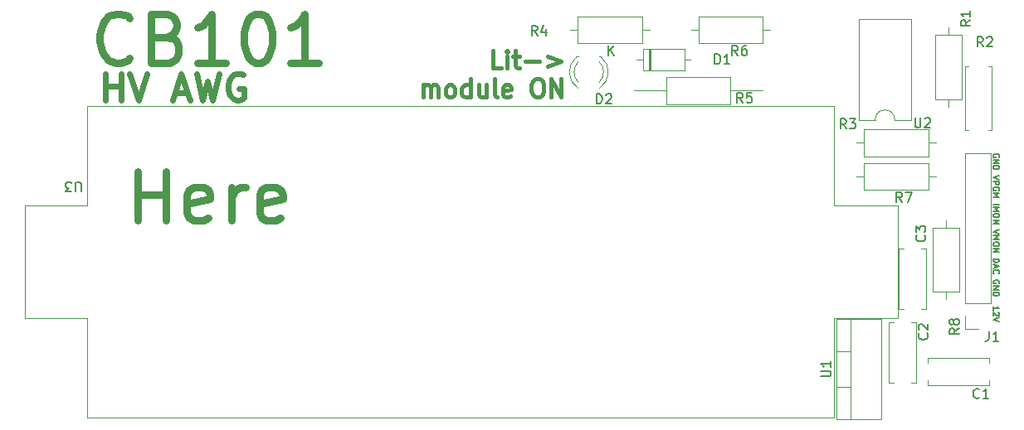
<source format=gbr>
%TF.GenerationSoftware,KiCad,Pcbnew,(6.0.5-0)*%
%TF.CreationDate,2022-06-25T01:23:26+01:00*%
%TF.ProjectId,revised_minh_design,72657669-7365-4645-9f6d-696e685f6465,rev?*%
%TF.SameCoordinates,Original*%
%TF.FileFunction,Legend,Top*%
%TF.FilePolarity,Positive*%
%FSLAX46Y46*%
G04 Gerber Fmt 4.6, Leading zero omitted, Abs format (unit mm)*
G04 Created by KiCad (PCBNEW (6.0.5-0)) date 2022-06-25 01:23:26*
%MOMM*%
%LPD*%
G01*
G04 APERTURE LIST*
%ADD10C,0.600000*%
%ADD11C,0.150000*%
%ADD12C,0.400000*%
%ADD13C,0.800000*%
%ADD14C,0.120000*%
G04 APERTURE END LIST*
D10*
X95227857Y-32844428D02*
X95227857Y-30144428D01*
X95227857Y-31430142D02*
X96770714Y-31430142D01*
X96770714Y-32844428D02*
X96770714Y-30144428D01*
X97670714Y-30144428D02*
X98570714Y-32844428D01*
X99470714Y-30144428D01*
X102299285Y-32073000D02*
X103585000Y-32073000D01*
X102042142Y-32844428D02*
X102942142Y-30144428D01*
X103842142Y-32844428D01*
X104485000Y-30144428D02*
X105127857Y-32844428D01*
X105642142Y-30915857D01*
X106156428Y-32844428D01*
X106799285Y-30144428D01*
X109242142Y-30273000D02*
X108985000Y-30144428D01*
X108599285Y-30144428D01*
X108213571Y-30273000D01*
X107956428Y-30530142D01*
X107827857Y-30787285D01*
X107699285Y-31301571D01*
X107699285Y-31687285D01*
X107827857Y-32201571D01*
X107956428Y-32458714D01*
X108213571Y-32715857D01*
X108599285Y-32844428D01*
X108856428Y-32844428D01*
X109242142Y-32715857D01*
X109370714Y-32587285D01*
X109370714Y-31687285D01*
X108856428Y-31687285D01*
D11*
X186355000Y-38663000D02*
X186383571Y-38605857D01*
X186383571Y-38520142D01*
X186355000Y-38434428D01*
X186297857Y-38377285D01*
X186240714Y-38348714D01*
X186126428Y-38320142D01*
X186040714Y-38320142D01*
X185926428Y-38348714D01*
X185869285Y-38377285D01*
X185812142Y-38434428D01*
X185783571Y-38520142D01*
X185783571Y-38577285D01*
X185812142Y-38663000D01*
X185840714Y-38691571D01*
X186040714Y-38691571D01*
X186040714Y-38577285D01*
X185783571Y-38948714D02*
X186383571Y-38948714D01*
X185783571Y-39291571D01*
X186383571Y-39291571D01*
X185783571Y-39577285D02*
X186383571Y-39577285D01*
X186383571Y-39720142D01*
X186355000Y-39805857D01*
X186297857Y-39863000D01*
X186240714Y-39891571D01*
X186126428Y-39920142D01*
X186040714Y-39920142D01*
X185926428Y-39891571D01*
X185869285Y-39863000D01*
X185812142Y-39805857D01*
X185783571Y-39720142D01*
X185783571Y-39577285D01*
X186383571Y-40548714D02*
X185783571Y-40748714D01*
X186383571Y-40948714D01*
X185783571Y-41148714D02*
X186383571Y-41148714D01*
X186383571Y-41377285D01*
X186355000Y-41434428D01*
X186326428Y-41463000D01*
X186269285Y-41491571D01*
X186183571Y-41491571D01*
X186126428Y-41463000D01*
X186097857Y-41434428D01*
X186069285Y-41377285D01*
X186069285Y-41148714D01*
X186355000Y-42063000D02*
X186383571Y-42005857D01*
X186383571Y-41920142D01*
X186355000Y-41834428D01*
X186297857Y-41777285D01*
X186240714Y-41748714D01*
X186126428Y-41720142D01*
X186040714Y-41720142D01*
X185926428Y-41748714D01*
X185869285Y-41777285D01*
X185812142Y-41834428D01*
X185783571Y-41920142D01*
X185783571Y-41977285D01*
X185812142Y-42063000D01*
X185840714Y-42091571D01*
X186040714Y-42091571D01*
X186040714Y-41977285D01*
X185783571Y-42348714D02*
X186383571Y-42348714D01*
X185955000Y-42548714D01*
X186383571Y-42748714D01*
X185783571Y-42748714D01*
X185783571Y-43491571D02*
X186383571Y-43491571D01*
X185783571Y-43777285D02*
X186383571Y-43777285D01*
X185955000Y-43977285D01*
X186383571Y-44177285D01*
X185783571Y-44177285D01*
X186383571Y-44577285D02*
X186383571Y-44691571D01*
X186355000Y-44748714D01*
X186297857Y-44805857D01*
X186183571Y-44834428D01*
X185983571Y-44834428D01*
X185869285Y-44805857D01*
X185812142Y-44748714D01*
X185783571Y-44691571D01*
X185783571Y-44577285D01*
X185812142Y-44520142D01*
X185869285Y-44463000D01*
X185983571Y-44434428D01*
X186183571Y-44434428D01*
X186297857Y-44463000D01*
X186355000Y-44520142D01*
X186383571Y-44577285D01*
X185783571Y-45091571D02*
X186383571Y-45091571D01*
X185783571Y-45434428D01*
X186383571Y-45434428D01*
X186383571Y-46091571D02*
X185783571Y-46291571D01*
X186383571Y-46491571D01*
X185783571Y-46691571D02*
X186383571Y-46691571D01*
X185955000Y-46891571D01*
X186383571Y-47091571D01*
X185783571Y-47091571D01*
X186383571Y-47491571D02*
X186383571Y-47605857D01*
X186355000Y-47663000D01*
X186297857Y-47720142D01*
X186183571Y-47748714D01*
X185983571Y-47748714D01*
X185869285Y-47720142D01*
X185812142Y-47663000D01*
X185783571Y-47605857D01*
X185783571Y-47491571D01*
X185812142Y-47434428D01*
X185869285Y-47377285D01*
X185983571Y-47348714D01*
X186183571Y-47348714D01*
X186297857Y-47377285D01*
X186355000Y-47434428D01*
X186383571Y-47491571D01*
X185783571Y-48005857D02*
X186383571Y-48005857D01*
X185783571Y-48348714D01*
X186383571Y-48348714D01*
X185783571Y-49091571D02*
X186383571Y-49091571D01*
X186383571Y-49234428D01*
X186355000Y-49320142D01*
X186297857Y-49377285D01*
X186240714Y-49405857D01*
X186126428Y-49434428D01*
X186040714Y-49434428D01*
X185926428Y-49405857D01*
X185869285Y-49377285D01*
X185812142Y-49320142D01*
X185783571Y-49234428D01*
X185783571Y-49091571D01*
X185955000Y-49663000D02*
X185955000Y-49948714D01*
X185783571Y-49605857D02*
X186383571Y-49805857D01*
X185783571Y-50005857D01*
X185840714Y-50548714D02*
X185812142Y-50520142D01*
X185783571Y-50434428D01*
X185783571Y-50377285D01*
X185812142Y-50291571D01*
X185869285Y-50234428D01*
X185926428Y-50205857D01*
X186040714Y-50177285D01*
X186126428Y-50177285D01*
X186240714Y-50205857D01*
X186297857Y-50234428D01*
X186355000Y-50291571D01*
X186383571Y-50377285D01*
X186383571Y-50434428D01*
X186355000Y-50520142D01*
X186326428Y-50548714D01*
X186355000Y-51577285D02*
X186383571Y-51520142D01*
X186383571Y-51434428D01*
X186355000Y-51348714D01*
X186297857Y-51291571D01*
X186240714Y-51263000D01*
X186126428Y-51234428D01*
X186040714Y-51234428D01*
X185926428Y-51263000D01*
X185869285Y-51291571D01*
X185812142Y-51348714D01*
X185783571Y-51434428D01*
X185783571Y-51491571D01*
X185812142Y-51577285D01*
X185840714Y-51605857D01*
X186040714Y-51605857D01*
X186040714Y-51491571D01*
X185783571Y-51863000D02*
X186383571Y-51863000D01*
X185783571Y-52205857D01*
X186383571Y-52205857D01*
X185783571Y-52491571D02*
X186383571Y-52491571D01*
X186383571Y-52634428D01*
X186355000Y-52720142D01*
X186297857Y-52777285D01*
X186240714Y-52805857D01*
X186126428Y-52834428D01*
X186040714Y-52834428D01*
X185926428Y-52805857D01*
X185869285Y-52777285D01*
X185812142Y-52720142D01*
X185783571Y-52634428D01*
X185783571Y-52491571D01*
X185783571Y-54320142D02*
X185783571Y-53977285D01*
X185783571Y-54148714D02*
X186383571Y-54148714D01*
X186297857Y-54091571D01*
X186240714Y-54034428D01*
X186212142Y-53977285D01*
X186326428Y-54548714D02*
X186355000Y-54577285D01*
X186383571Y-54634428D01*
X186383571Y-54777285D01*
X186355000Y-54834428D01*
X186326428Y-54863000D01*
X186269285Y-54891571D01*
X186212142Y-54891571D01*
X186126428Y-54863000D01*
X185783571Y-54520142D01*
X185783571Y-54891571D01*
X186383571Y-55063000D02*
X185783571Y-55263000D01*
X186383571Y-55463000D01*
D12*
X135592714Y-29591285D02*
X134735571Y-29591285D01*
X134735571Y-27791285D01*
X136192714Y-29591285D02*
X136192714Y-28391285D01*
X136192714Y-27791285D02*
X136107000Y-27877000D01*
X136192714Y-27962714D01*
X136278428Y-27877000D01*
X136192714Y-27791285D01*
X136192714Y-27962714D01*
X136792714Y-28391285D02*
X137478428Y-28391285D01*
X137049857Y-27791285D02*
X137049857Y-29334142D01*
X137135571Y-29505571D01*
X137307000Y-29591285D01*
X137478428Y-29591285D01*
X138078428Y-28905571D02*
X139449857Y-28905571D01*
X140307000Y-28391285D02*
X141678428Y-28905571D01*
X140307000Y-29419857D01*
X127621285Y-32489285D02*
X127621285Y-31289285D01*
X127621285Y-31460714D02*
X127707000Y-31375000D01*
X127878428Y-31289285D01*
X128135571Y-31289285D01*
X128307000Y-31375000D01*
X128392714Y-31546428D01*
X128392714Y-32489285D01*
X128392714Y-31546428D02*
X128478428Y-31375000D01*
X128649857Y-31289285D01*
X128907000Y-31289285D01*
X129078428Y-31375000D01*
X129164142Y-31546428D01*
X129164142Y-32489285D01*
X130278428Y-32489285D02*
X130107000Y-32403571D01*
X130021285Y-32317857D01*
X129935571Y-32146428D01*
X129935571Y-31632142D01*
X130021285Y-31460714D01*
X130107000Y-31375000D01*
X130278428Y-31289285D01*
X130535571Y-31289285D01*
X130707000Y-31375000D01*
X130792714Y-31460714D01*
X130878428Y-31632142D01*
X130878428Y-32146428D01*
X130792714Y-32317857D01*
X130707000Y-32403571D01*
X130535571Y-32489285D01*
X130278428Y-32489285D01*
X132421285Y-32489285D02*
X132421285Y-30689285D01*
X132421285Y-32403571D02*
X132249857Y-32489285D01*
X131907000Y-32489285D01*
X131735571Y-32403571D01*
X131649857Y-32317857D01*
X131564142Y-32146428D01*
X131564142Y-31632142D01*
X131649857Y-31460714D01*
X131735571Y-31375000D01*
X131907000Y-31289285D01*
X132249857Y-31289285D01*
X132421285Y-31375000D01*
X134049857Y-31289285D02*
X134049857Y-32489285D01*
X133278428Y-31289285D02*
X133278428Y-32232142D01*
X133364142Y-32403571D01*
X133535571Y-32489285D01*
X133792714Y-32489285D01*
X133964142Y-32403571D01*
X134049857Y-32317857D01*
X135164142Y-32489285D02*
X134992714Y-32403571D01*
X134907000Y-32232142D01*
X134907000Y-30689285D01*
X136535571Y-32403571D02*
X136364142Y-32489285D01*
X136021285Y-32489285D01*
X135849857Y-32403571D01*
X135764142Y-32232142D01*
X135764142Y-31546428D01*
X135849857Y-31375000D01*
X136021285Y-31289285D01*
X136364142Y-31289285D01*
X136535571Y-31375000D01*
X136621285Y-31546428D01*
X136621285Y-31717857D01*
X135764142Y-31889285D01*
X139107000Y-30689285D02*
X139449857Y-30689285D01*
X139621285Y-30775000D01*
X139792714Y-30946428D01*
X139878428Y-31289285D01*
X139878428Y-31889285D01*
X139792714Y-32232142D01*
X139621285Y-32403571D01*
X139449857Y-32489285D01*
X139107000Y-32489285D01*
X138935571Y-32403571D01*
X138764142Y-32232142D01*
X138678428Y-31889285D01*
X138678428Y-31289285D01*
X138764142Y-30946428D01*
X138935571Y-30775000D01*
X139107000Y-30689285D01*
X140649857Y-32489285D02*
X140649857Y-30689285D01*
X141678428Y-32489285D01*
X141678428Y-30689285D01*
D13*
X97695761Y-28533714D02*
X97457666Y-28771809D01*
X96743380Y-29009904D01*
X96267190Y-29009904D01*
X95552904Y-28771809D01*
X95076714Y-28295619D01*
X94838619Y-27819428D01*
X94600523Y-26867047D01*
X94600523Y-26152761D01*
X94838619Y-25200380D01*
X95076714Y-24724190D01*
X95552904Y-24248000D01*
X96267190Y-24009904D01*
X96743380Y-24009904D01*
X97457666Y-24248000D01*
X97695761Y-24486095D01*
X101505285Y-26390857D02*
X102219571Y-26628952D01*
X102457666Y-26867047D01*
X102695761Y-27343238D01*
X102695761Y-28057523D01*
X102457666Y-28533714D01*
X102219571Y-28771809D01*
X101743380Y-29009904D01*
X99838619Y-29009904D01*
X99838619Y-24009904D01*
X101505285Y-24009904D01*
X101981476Y-24248000D01*
X102219571Y-24486095D01*
X102457666Y-24962285D01*
X102457666Y-25438476D01*
X102219571Y-25914666D01*
X101981476Y-26152761D01*
X101505285Y-26390857D01*
X99838619Y-26390857D01*
X107457666Y-29009904D02*
X104600523Y-29009904D01*
X106029095Y-29009904D02*
X106029095Y-24009904D01*
X105552904Y-24724190D01*
X105076714Y-25200380D01*
X104600523Y-25438476D01*
X110552904Y-24009904D02*
X111029095Y-24009904D01*
X111505285Y-24248000D01*
X111743380Y-24486095D01*
X111981476Y-24962285D01*
X112219571Y-25914666D01*
X112219571Y-27105142D01*
X111981476Y-28057523D01*
X111743380Y-28533714D01*
X111505285Y-28771809D01*
X111029095Y-29009904D01*
X110552904Y-29009904D01*
X110076714Y-28771809D01*
X109838619Y-28533714D01*
X109600523Y-28057523D01*
X109362428Y-27105142D01*
X109362428Y-25914666D01*
X109600523Y-24962285D01*
X109838619Y-24486095D01*
X110076714Y-24248000D01*
X110552904Y-24009904D01*
X116981476Y-29009904D02*
X114124333Y-29009904D01*
X115552904Y-29009904D02*
X115552904Y-24009904D01*
X115076714Y-24724190D01*
X114600523Y-25200380D01*
X114124333Y-25438476D01*
X98529095Y-45109904D02*
X98529095Y-40109904D01*
X98529095Y-42490857D02*
X101386238Y-42490857D01*
X101386238Y-45109904D02*
X101386238Y-40109904D01*
X105671952Y-44871809D02*
X105195761Y-45109904D01*
X104243380Y-45109904D01*
X103767190Y-44871809D01*
X103529095Y-44395619D01*
X103529095Y-42490857D01*
X103767190Y-42014666D01*
X104243380Y-41776571D01*
X105195761Y-41776571D01*
X105671952Y-42014666D01*
X105910047Y-42490857D01*
X105910047Y-42967047D01*
X103529095Y-43443238D01*
X108052904Y-45109904D02*
X108052904Y-41776571D01*
X108052904Y-42728952D02*
X108291000Y-42252761D01*
X108529095Y-42014666D01*
X109005285Y-41776571D01*
X109481476Y-41776571D01*
X113052904Y-44871809D02*
X112576714Y-45109904D01*
X111624333Y-45109904D01*
X111148142Y-44871809D01*
X110910047Y-44395619D01*
X110910047Y-42490857D01*
X111148142Y-42014666D01*
X111624333Y-41776571D01*
X112576714Y-41776571D01*
X113052904Y-42014666D01*
X113291000Y-42490857D01*
X113291000Y-42967047D01*
X110910047Y-43443238D01*
D11*
%TO.C,R1*%
X183459380Y-24677666D02*
X182983190Y-25011000D01*
X183459380Y-25249095D02*
X182459380Y-25249095D01*
X182459380Y-24868142D01*
X182507000Y-24772904D01*
X182554619Y-24725285D01*
X182649857Y-24677666D01*
X182792714Y-24677666D01*
X182887952Y-24725285D01*
X182935571Y-24772904D01*
X182983190Y-24868142D01*
X182983190Y-25249095D01*
X183459380Y-23725285D02*
X183459380Y-24296714D01*
X183459380Y-24011000D02*
X182459380Y-24011000D01*
X182602238Y-24106238D01*
X182697476Y-24201476D01*
X182745095Y-24296714D01*
%TO.C,D1*%
X157376904Y-29154380D02*
X157376904Y-28154380D01*
X157615000Y-28154380D01*
X157757857Y-28202000D01*
X157853095Y-28297238D01*
X157900714Y-28392476D01*
X157948333Y-28582952D01*
X157948333Y-28725809D01*
X157900714Y-28916285D01*
X157853095Y-29011523D01*
X157757857Y-29106761D01*
X157615000Y-29154380D01*
X157376904Y-29154380D01*
X158900714Y-29154380D02*
X158329285Y-29154380D01*
X158615000Y-29154380D02*
X158615000Y-28154380D01*
X158519761Y-28297238D01*
X158424523Y-28392476D01*
X158329285Y-28440095D01*
X146550095Y-28265380D02*
X146550095Y-27265380D01*
X147121523Y-28265380D02*
X146692952Y-27693952D01*
X147121523Y-27265380D02*
X146550095Y-27836809D01*
%TO.C,C1*%
X184364333Y-63222142D02*
X184316714Y-63269761D01*
X184173857Y-63317380D01*
X184078619Y-63317380D01*
X183935761Y-63269761D01*
X183840523Y-63174523D01*
X183792904Y-63079285D01*
X183745285Y-62888809D01*
X183745285Y-62745952D01*
X183792904Y-62555476D01*
X183840523Y-62460238D01*
X183935761Y-62365000D01*
X184078619Y-62317380D01*
X184173857Y-62317380D01*
X184316714Y-62365000D01*
X184364333Y-62412619D01*
X185316714Y-63317380D02*
X184745285Y-63317380D01*
X185031000Y-63317380D02*
X185031000Y-62317380D01*
X184935761Y-62460238D01*
X184840523Y-62555476D01*
X184745285Y-62603095D01*
%TO.C,R7*%
X176490333Y-43251380D02*
X176157000Y-42775190D01*
X175918904Y-43251380D02*
X175918904Y-42251380D01*
X176299857Y-42251380D01*
X176395095Y-42299000D01*
X176442714Y-42346619D01*
X176490333Y-42441857D01*
X176490333Y-42584714D01*
X176442714Y-42679952D01*
X176395095Y-42727571D01*
X176299857Y-42775190D01*
X175918904Y-42775190D01*
X176823666Y-42251380D02*
X177490333Y-42251380D01*
X177061761Y-43251380D01*
%TO.C,R5*%
X160234333Y-33091380D02*
X159901000Y-32615190D01*
X159662904Y-33091380D02*
X159662904Y-32091380D01*
X160043857Y-32091380D01*
X160139095Y-32139000D01*
X160186714Y-32186619D01*
X160234333Y-32281857D01*
X160234333Y-32424714D01*
X160186714Y-32519952D01*
X160139095Y-32567571D01*
X160043857Y-32615190D01*
X159662904Y-32615190D01*
X161139095Y-32091380D02*
X160662904Y-32091380D01*
X160615285Y-32567571D01*
X160662904Y-32519952D01*
X160758142Y-32472333D01*
X160996238Y-32472333D01*
X161091476Y-32519952D01*
X161139095Y-32567571D01*
X161186714Y-32662809D01*
X161186714Y-32900904D01*
X161139095Y-32996142D01*
X161091476Y-33043761D01*
X160996238Y-33091380D01*
X160758142Y-33091380D01*
X160662904Y-33043761D01*
X160615285Y-32996142D01*
%TO.C, *%
%TO.C,R4*%
X139279333Y-26233380D02*
X138946000Y-25757190D01*
X138707904Y-26233380D02*
X138707904Y-25233380D01*
X139088857Y-25233380D01*
X139184095Y-25281000D01*
X139231714Y-25328619D01*
X139279333Y-25423857D01*
X139279333Y-25566714D01*
X139231714Y-25661952D01*
X139184095Y-25709571D01*
X139088857Y-25757190D01*
X138707904Y-25757190D01*
X140136476Y-25566714D02*
X140136476Y-26233380D01*
X139898380Y-25185761D02*
X139660285Y-25900047D01*
X140279333Y-25900047D01*
%TO.C,D2*%
X145311904Y-33218380D02*
X145311904Y-32218380D01*
X145550000Y-32218380D01*
X145692857Y-32266000D01*
X145788095Y-32361238D01*
X145835714Y-32456476D01*
X145883333Y-32646952D01*
X145883333Y-32789809D01*
X145835714Y-32980285D01*
X145788095Y-33075523D01*
X145692857Y-33170761D01*
X145550000Y-33218380D01*
X145311904Y-33218380D01*
X146264285Y-32313619D02*
X146311904Y-32266000D01*
X146407142Y-32218380D01*
X146645238Y-32218380D01*
X146740476Y-32266000D01*
X146788095Y-32313619D01*
X146835714Y-32408857D01*
X146835714Y-32504095D01*
X146788095Y-32646952D01*
X146216666Y-33218380D01*
X146835714Y-33218380D01*
%TO.C,U1*%
X168212380Y-61086904D02*
X169021904Y-61086904D01*
X169117142Y-61039285D01*
X169164761Y-60991666D01*
X169212380Y-60896428D01*
X169212380Y-60705952D01*
X169164761Y-60610714D01*
X169117142Y-60563095D01*
X169021904Y-60515476D01*
X168212380Y-60515476D01*
X169212380Y-59515476D02*
X169212380Y-60086904D01*
X169212380Y-59801190D02*
X168212380Y-59801190D01*
X168355238Y-59896428D01*
X168450476Y-59991666D01*
X168498095Y-60086904D01*
%TO.C,C2*%
X179046142Y-56681666D02*
X179093761Y-56729285D01*
X179141380Y-56872142D01*
X179141380Y-56967380D01*
X179093761Y-57110238D01*
X178998523Y-57205476D01*
X178903285Y-57253095D01*
X178712809Y-57300714D01*
X178569952Y-57300714D01*
X178379476Y-57253095D01*
X178284238Y-57205476D01*
X178189000Y-57110238D01*
X178141380Y-56967380D01*
X178141380Y-56872142D01*
X178189000Y-56729285D01*
X178236619Y-56681666D01*
X178236619Y-56300714D02*
X178189000Y-56253095D01*
X178141380Y-56157857D01*
X178141380Y-55919761D01*
X178189000Y-55824523D01*
X178236619Y-55776904D01*
X178331857Y-55729285D01*
X178427095Y-55729285D01*
X178569952Y-55776904D01*
X179141380Y-56348333D01*
X179141380Y-55729285D01*
%TO.C,C3*%
X178792142Y-46648666D02*
X178839761Y-46696285D01*
X178887380Y-46839142D01*
X178887380Y-46934380D01*
X178839761Y-47077238D01*
X178744523Y-47172476D01*
X178649285Y-47220095D01*
X178458809Y-47267714D01*
X178315952Y-47267714D01*
X178125476Y-47220095D01*
X178030238Y-47172476D01*
X177935000Y-47077238D01*
X177887380Y-46934380D01*
X177887380Y-46839142D01*
X177935000Y-46696285D01*
X177982619Y-46648666D01*
X177887380Y-46315333D02*
X177887380Y-45696285D01*
X178268333Y-46029619D01*
X178268333Y-45886761D01*
X178315952Y-45791523D01*
X178363571Y-45743904D01*
X178458809Y-45696285D01*
X178696904Y-45696285D01*
X178792142Y-45743904D01*
X178839761Y-45791523D01*
X178887380Y-45886761D01*
X178887380Y-46172476D01*
X178839761Y-46267714D01*
X178792142Y-46315333D01*
%TO.C,R6*%
X159726333Y-28265380D02*
X159393000Y-27789190D01*
X159154904Y-28265380D02*
X159154904Y-27265380D01*
X159535857Y-27265380D01*
X159631095Y-27313000D01*
X159678714Y-27360619D01*
X159726333Y-27455857D01*
X159726333Y-27598714D01*
X159678714Y-27693952D01*
X159631095Y-27741571D01*
X159535857Y-27789190D01*
X159154904Y-27789190D01*
X160583476Y-27265380D02*
X160393000Y-27265380D01*
X160297761Y-27313000D01*
X160250142Y-27360619D01*
X160154904Y-27503476D01*
X160107285Y-27693952D01*
X160107285Y-28074904D01*
X160154904Y-28170142D01*
X160202523Y-28217761D01*
X160297761Y-28265380D01*
X160488238Y-28265380D01*
X160583476Y-28217761D01*
X160631095Y-28170142D01*
X160678714Y-28074904D01*
X160678714Y-27836809D01*
X160631095Y-27741571D01*
X160583476Y-27693952D01*
X160488238Y-27646333D01*
X160297761Y-27646333D01*
X160202523Y-27693952D01*
X160154904Y-27741571D01*
X160107285Y-27836809D01*
%TO.C,R8*%
X182316380Y-56173666D02*
X181840190Y-56507000D01*
X182316380Y-56745095D02*
X181316380Y-56745095D01*
X181316380Y-56364142D01*
X181364000Y-56268904D01*
X181411619Y-56221285D01*
X181506857Y-56173666D01*
X181649714Y-56173666D01*
X181744952Y-56221285D01*
X181792571Y-56268904D01*
X181840190Y-56364142D01*
X181840190Y-56745095D01*
X181744952Y-55602238D02*
X181697333Y-55697476D01*
X181649714Y-55745095D01*
X181554476Y-55792714D01*
X181506857Y-55792714D01*
X181411619Y-55745095D01*
X181364000Y-55697476D01*
X181316380Y-55602238D01*
X181316380Y-55411761D01*
X181364000Y-55316523D01*
X181411619Y-55268904D01*
X181506857Y-55221285D01*
X181554476Y-55221285D01*
X181649714Y-55268904D01*
X181697333Y-55316523D01*
X181744952Y-55411761D01*
X181744952Y-55602238D01*
X181792571Y-55697476D01*
X181840190Y-55745095D01*
X181935428Y-55792714D01*
X182125904Y-55792714D01*
X182221142Y-55745095D01*
X182268761Y-55697476D01*
X182316380Y-55602238D01*
X182316380Y-55411761D01*
X182268761Y-55316523D01*
X182221142Y-55268904D01*
X182125904Y-55221285D01*
X181935428Y-55221285D01*
X181840190Y-55268904D01*
X181792571Y-55316523D01*
X181744952Y-55411761D01*
%TO.C,J1*%
X185340666Y-56475380D02*
X185340666Y-57189666D01*
X185293047Y-57332523D01*
X185197809Y-57427761D01*
X185054952Y-57475380D01*
X184959714Y-57475380D01*
X186340666Y-57475380D02*
X185769238Y-57475380D01*
X186054952Y-57475380D02*
X186054952Y-56475380D01*
X185959714Y-56618238D01*
X185864476Y-56713476D01*
X185769238Y-56761095D01*
%TO.C,R3*%
X170775333Y-35758380D02*
X170442000Y-35282190D01*
X170203904Y-35758380D02*
X170203904Y-34758380D01*
X170584857Y-34758380D01*
X170680095Y-34806000D01*
X170727714Y-34853619D01*
X170775333Y-34948857D01*
X170775333Y-35091714D01*
X170727714Y-35186952D01*
X170680095Y-35234571D01*
X170584857Y-35282190D01*
X170203904Y-35282190D01*
X171108666Y-34758380D02*
X171727714Y-34758380D01*
X171394380Y-35139333D01*
X171537238Y-35139333D01*
X171632476Y-35186952D01*
X171680095Y-35234571D01*
X171727714Y-35329809D01*
X171727714Y-35567904D01*
X171680095Y-35663142D01*
X171632476Y-35710761D01*
X171537238Y-35758380D01*
X171251523Y-35758380D01*
X171156285Y-35710761D01*
X171108666Y-35663142D01*
%TO.C, *%
%TO.C,R2*%
X184745333Y-27376380D02*
X184412000Y-26900190D01*
X184173904Y-27376380D02*
X184173904Y-26376380D01*
X184554857Y-26376380D01*
X184650095Y-26424000D01*
X184697714Y-26471619D01*
X184745333Y-26566857D01*
X184745333Y-26709714D01*
X184697714Y-26804952D01*
X184650095Y-26852571D01*
X184554857Y-26900190D01*
X184173904Y-26900190D01*
X185126285Y-26471619D02*
X185173904Y-26424000D01*
X185269142Y-26376380D01*
X185507238Y-26376380D01*
X185602476Y-26424000D01*
X185650095Y-26471619D01*
X185697714Y-26566857D01*
X185697714Y-26662095D01*
X185650095Y-26804952D01*
X185078666Y-27376380D01*
X185697714Y-27376380D01*
%TO.C,U2*%
X177800095Y-34631380D02*
X177800095Y-35440904D01*
X177847714Y-35536142D01*
X177895333Y-35583761D01*
X177990571Y-35631380D01*
X178181047Y-35631380D01*
X178276285Y-35583761D01*
X178323904Y-35536142D01*
X178371523Y-35440904D01*
X178371523Y-34631380D01*
X178800095Y-34726619D02*
X178847714Y-34679000D01*
X178942952Y-34631380D01*
X179181047Y-34631380D01*
X179276285Y-34679000D01*
X179323904Y-34726619D01*
X179371523Y-34821857D01*
X179371523Y-34917095D01*
X179323904Y-35059952D01*
X178752476Y-35631380D01*
X179371523Y-35631380D01*
%TO.C,U3*%
X92709904Y-42203619D02*
X92709904Y-41394095D01*
X92662285Y-41298857D01*
X92614666Y-41251238D01*
X92519428Y-41203619D01*
X92328952Y-41203619D01*
X92233714Y-41251238D01*
X92186095Y-41298857D01*
X92138476Y-41394095D01*
X92138476Y-42203619D01*
X91757523Y-42203619D02*
X91138476Y-42203619D01*
X91471809Y-41822666D01*
X91328952Y-41822666D01*
X91233714Y-41775047D01*
X91186095Y-41727428D01*
X91138476Y-41632190D01*
X91138476Y-41394095D01*
X91186095Y-41298857D01*
X91233714Y-41251238D01*
X91328952Y-41203619D01*
X91614666Y-41203619D01*
X91709904Y-41251238D01*
X91757523Y-41298857D01*
D14*
%TO.C,R1*%
X179859000Y-26194000D02*
X179859000Y-32734000D01*
X181229000Y-25424000D02*
X181229000Y-26194000D01*
X182599000Y-26194000D02*
X179859000Y-26194000D01*
X179859000Y-32734000D02*
X182599000Y-32734000D01*
X182599000Y-32734000D02*
X182599000Y-26194000D01*
X181229000Y-33504000D02*
X181229000Y-32734000D01*
%TO.C,D1*%
X150026000Y-29822000D02*
X154266000Y-29822000D01*
X154266000Y-29822000D02*
X154266000Y-27582000D01*
X150026000Y-27582000D02*
X150026000Y-29822000D01*
X149376000Y-28702000D02*
X150026000Y-28702000D01*
X150746000Y-27582000D02*
X150746000Y-29822000D01*
X150626000Y-27582000D02*
X150626000Y-29822000D01*
X150866000Y-27582000D02*
X150866000Y-29822000D01*
X154266000Y-27582000D02*
X150026000Y-27582000D01*
X154916000Y-28702000D02*
X154266000Y-28702000D01*
%TO.C,C1*%
X179125000Y-59654000D02*
X179125000Y-59209000D01*
X179125000Y-61949000D02*
X179125000Y-61504000D01*
X185365000Y-61949000D02*
X179125000Y-61949000D01*
X185365000Y-61949000D02*
X185365000Y-61504000D01*
X185365000Y-59654000D02*
X185365000Y-59209000D01*
X185365000Y-59209000D02*
X179125000Y-59209000D01*
%TO.C,R7*%
X179165000Y-42010000D02*
X179165000Y-39270000D01*
X179165000Y-39270000D02*
X172625000Y-39270000D01*
X172625000Y-39270000D02*
X172625000Y-42010000D01*
X179935000Y-40640000D02*
X179165000Y-40640000D01*
X172625000Y-42010000D02*
X179165000Y-42010000D01*
X171855000Y-40640000D02*
X172625000Y-40640000D01*
%TO.C,R5*%
X158972000Y-30507000D02*
X152432000Y-30507000D01*
X152432000Y-33247000D02*
X158972000Y-33247000D01*
X158972000Y-33247000D02*
X158972000Y-30507000D01*
X162282000Y-31877000D02*
X158972000Y-31877000D01*
X152432000Y-30507000D02*
X152432000Y-33247000D01*
X149122000Y-31877000D02*
X152432000Y-31877000D01*
%TO.C,R4*%
X143415000Y-24284000D02*
X143415000Y-27024000D01*
X142645000Y-25654000D02*
X143415000Y-25654000D01*
X149955000Y-27024000D02*
X149955000Y-24284000D01*
X150725000Y-25654000D02*
X149955000Y-25654000D01*
X143415000Y-27024000D02*
X149955000Y-27024000D01*
X149955000Y-24284000D02*
X143415000Y-24284000D01*
%TO.C,D2*%
X143446000Y-28407000D02*
X143290000Y-28407000D01*
X145762000Y-28407000D02*
X145606000Y-28407000D01*
X143290484Y-28407000D02*
G75*
G03*
X143447392Y-31639335I1235516J-1560000D01*
G01*
X143446000Y-28926039D02*
G75*
G03*
X143446163Y-31008130I1080000J-1040961D01*
G01*
X145605837Y-31008130D02*
G75*
G03*
X145606000Y-28926039I-1079837J1041130D01*
G01*
X145604608Y-31639335D02*
G75*
G03*
X145761516Y-28407000I-1078608J1672335D01*
G01*
%TO.C,U1*%
X169760000Y-62175000D02*
X171270000Y-62175000D01*
X169760000Y-65445000D02*
X174401000Y-65445000D01*
X171270000Y-65445000D02*
X171270000Y-55205000D01*
X169760000Y-65445000D02*
X169760000Y-55205000D01*
X174401000Y-65445000D02*
X174401000Y-55205000D01*
X169760000Y-58474000D02*
X171270000Y-58474000D01*
X169760000Y-55205000D02*
X174401000Y-55205000D01*
%TO.C,C2*%
X177900000Y-61754000D02*
X177455000Y-61754000D01*
X175160000Y-55514000D02*
X175160000Y-61754000D01*
X175605000Y-55514000D02*
X175160000Y-55514000D01*
X177900000Y-55514000D02*
X177900000Y-61754000D01*
X175605000Y-61754000D02*
X175160000Y-61754000D01*
X177900000Y-55514000D02*
X177455000Y-55514000D01*
%TO.C,C3*%
X178471000Y-54214000D02*
X178916000Y-54214000D01*
X176176000Y-54214000D02*
X176621000Y-54214000D01*
X176176000Y-47974000D02*
X176621000Y-47974000D01*
X176176000Y-54214000D02*
X176176000Y-47974000D01*
X178916000Y-54214000D02*
X178916000Y-47974000D01*
X178471000Y-47974000D02*
X178916000Y-47974000D01*
%TO.C,R6*%
X163044000Y-25654000D02*
X162274000Y-25654000D01*
X162274000Y-27024000D02*
X162274000Y-24284000D01*
X155734000Y-27024000D02*
X162274000Y-27024000D01*
X155734000Y-24284000D02*
X155734000Y-27024000D01*
X154964000Y-25654000D02*
X155734000Y-25654000D01*
X162274000Y-24284000D02*
X155734000Y-24284000D01*
%TO.C,R8*%
X180975000Y-45109000D02*
X180975000Y-45879000D01*
X182345000Y-52419000D02*
X182345000Y-45879000D01*
X179605000Y-45879000D02*
X179605000Y-52419000D01*
X179605000Y-52419000D02*
X182345000Y-52419000D01*
X182345000Y-45879000D02*
X179605000Y-45879000D01*
X180975000Y-53189000D02*
X180975000Y-52419000D01*
%TO.C,J1*%
X184252000Y-56194000D02*
X182922000Y-56194000D01*
X185582000Y-53594000D02*
X182922000Y-53594000D01*
X185582000Y-38294000D02*
X182922000Y-38294000D01*
X182922000Y-56194000D02*
X182922000Y-54864000D01*
X182922000Y-53594000D02*
X182922000Y-38294000D01*
X185582000Y-53594000D02*
X185582000Y-38294000D01*
%TO.C,R3*%
X179165000Y-38581000D02*
X179165000Y-35841000D01*
X179935000Y-37211000D02*
X179165000Y-37211000D01*
X172625000Y-35841000D02*
X172625000Y-38581000D01*
X179165000Y-35841000D02*
X172625000Y-35841000D01*
X171855000Y-37211000D02*
X172625000Y-37211000D01*
X172625000Y-38581000D02*
X179165000Y-38581000D01*
%TO.C,R2*%
X182907000Y-35909000D02*
X183237000Y-35909000D01*
X185647000Y-29369000D02*
X185647000Y-35909000D01*
X182907000Y-29369000D02*
X182907000Y-35909000D01*
X183237000Y-29369000D02*
X182907000Y-29369000D01*
X185647000Y-35909000D02*
X185317000Y-35909000D01*
X185317000Y-29369000D02*
X185647000Y-29369000D01*
%TO.C,U2*%
X172092000Y-34848000D02*
X173742000Y-34848000D01*
X177392000Y-34848000D02*
X177392000Y-24568000D01*
X177392000Y-24568000D02*
X172092000Y-24568000D01*
X175742000Y-34848000D02*
X177392000Y-34848000D01*
X172092000Y-24568000D02*
X172092000Y-34848000D01*
X175742000Y-34848000D02*
G75*
G03*
X173742000Y-34848000I-1000000J0D01*
G01*
%TO.C,U3*%
X176025800Y-55104400D02*
X169548800Y-55104400D01*
X86998800Y-55104400D02*
X93348800Y-55104400D01*
X169548800Y-55104400D02*
X169548800Y-65264400D01*
X176025800Y-55104400D02*
X176025800Y-49364400D01*
X93348800Y-43598400D02*
X93348800Y-33464400D01*
X176025800Y-43598400D02*
X169548800Y-43598400D01*
X86998800Y-43598400D02*
X86998800Y-49338400D01*
X169548800Y-65264400D02*
X93348800Y-65264400D01*
X86998800Y-49364400D02*
X86998800Y-55104400D01*
X86998800Y-43598400D02*
X93348800Y-43598400D01*
X169548800Y-43598400D02*
X169548800Y-33464400D01*
X93348800Y-65264400D02*
X93348800Y-55104400D01*
X169548800Y-65264400D02*
X169548800Y-59464400D01*
X176025800Y-49338400D02*
X176025800Y-43598400D01*
X169548800Y-33464400D02*
X93348800Y-33464400D01*
%TD*%
M02*

</source>
